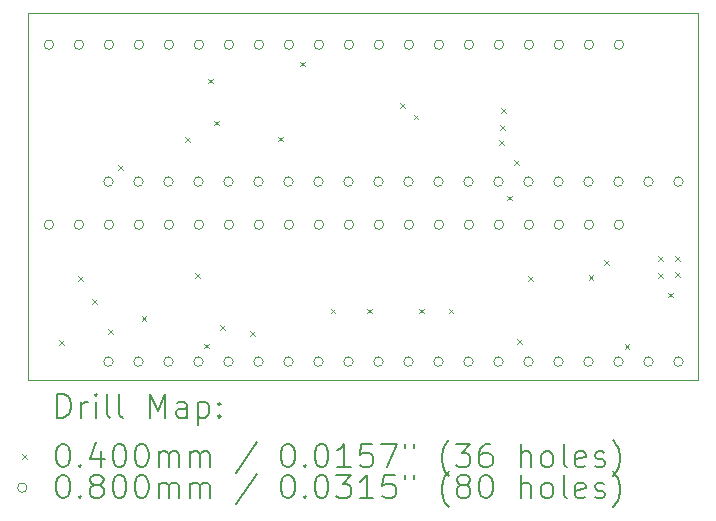
<source format=gbr>
%TF.GenerationSoftware,KiCad,Pcbnew,(6.0.7)*%
%TF.CreationDate,2023-01-02T03:09:52+00:00*%
%TF.ProjectId,CPC-40007AdapterLM1117,4350432d-3430-4303-9037-416461707465,rev?*%
%TF.SameCoordinates,Original*%
%TF.FileFunction,Drillmap*%
%TF.FilePolarity,Positive*%
%FSLAX45Y45*%
G04 Gerber Fmt 4.5, Leading zero omitted, Abs format (unit mm)*
G04 Created by KiCad (PCBNEW (6.0.7)) date 2023-01-02 03:09:52*
%MOMM*%
%LPD*%
G01*
G04 APERTURE LIST*
%ADD10C,0.100000*%
%ADD11C,0.200000*%
%ADD12C,0.040000*%
%ADD13C,0.080000*%
G04 APERTURE END LIST*
D10*
X13950000Y-4700000D02*
X13950000Y-1590000D01*
X13950000Y-1590000D02*
X19629120Y-1590000D01*
X19629120Y-1590000D02*
X19629120Y-4700000D01*
X19629120Y-4700000D02*
X13950000Y-4700000D01*
D11*
D12*
X14220000Y-4360000D02*
X14260000Y-4400000D01*
X14260000Y-4360000D02*
X14220000Y-4400000D01*
X14378840Y-3816960D02*
X14418840Y-3856960D01*
X14418840Y-3816960D02*
X14378840Y-3856960D01*
X14496200Y-4011070D02*
X14536200Y-4051070D01*
X14536200Y-4011070D02*
X14496200Y-4051070D01*
X14635000Y-4265000D02*
X14675000Y-4305000D01*
X14675000Y-4265000D02*
X14635000Y-4305000D01*
X14716850Y-2880090D02*
X14756850Y-2920090D01*
X14756850Y-2880090D02*
X14716850Y-2920090D01*
X14915910Y-4155870D02*
X14955910Y-4195870D01*
X14955910Y-4155870D02*
X14915910Y-4195870D01*
X15285280Y-2639550D02*
X15325280Y-2679550D01*
X15325280Y-2639550D02*
X15285280Y-2679550D01*
X15370000Y-3790000D02*
X15410000Y-3830000D01*
X15410000Y-3790000D02*
X15370000Y-3830000D01*
X15443400Y-4388030D02*
X15483400Y-4428030D01*
X15483400Y-4388030D02*
X15443400Y-4428030D01*
X15478670Y-2145090D02*
X15518670Y-2185090D01*
X15518670Y-2145090D02*
X15478670Y-2185090D01*
X15528140Y-2500960D02*
X15568140Y-2540960D01*
X15568140Y-2500960D02*
X15528140Y-2540960D01*
X15581510Y-4229520D02*
X15621510Y-4269520D01*
X15621510Y-4229520D02*
X15581510Y-4269520D01*
X15833830Y-4284770D02*
X15873830Y-4324770D01*
X15873830Y-4284770D02*
X15833830Y-4324770D01*
X16071630Y-2636490D02*
X16111630Y-2676490D01*
X16111630Y-2636490D02*
X16071630Y-2676490D01*
X16259300Y-2000440D02*
X16299300Y-2040440D01*
X16299300Y-2000440D02*
X16259300Y-2040440D01*
X16516420Y-4093580D02*
X16556420Y-4133580D01*
X16556420Y-4093580D02*
X16516420Y-4133580D01*
X16826220Y-4093780D02*
X16866220Y-4133780D01*
X16866220Y-4093780D02*
X16826220Y-4133780D01*
X17105480Y-2351130D02*
X17145480Y-2391130D01*
X17145480Y-2351130D02*
X17105480Y-2391130D01*
X17219140Y-2450860D02*
X17259140Y-2490860D01*
X17259140Y-2450860D02*
X17219140Y-2490860D01*
X17266220Y-4093780D02*
X17306220Y-4133780D01*
X17306220Y-4093780D02*
X17266220Y-4133780D01*
X17516220Y-4093780D02*
X17556220Y-4133780D01*
X17556220Y-4093780D02*
X17516220Y-4133780D01*
X17944100Y-2667750D02*
X17984100Y-2707750D01*
X17984100Y-2667750D02*
X17944100Y-2707750D01*
X17952620Y-2537380D02*
X17992620Y-2577380D01*
X17992620Y-2537380D02*
X17952620Y-2577380D01*
X17961690Y-2398070D02*
X18001690Y-2438070D01*
X18001690Y-2398070D02*
X17961690Y-2438070D01*
X18011380Y-3136200D02*
X18051380Y-3176200D01*
X18051380Y-3136200D02*
X18011380Y-3176200D01*
X18071880Y-2834070D02*
X18111880Y-2874070D01*
X18111880Y-2834070D02*
X18071880Y-2874070D01*
X18092700Y-4351340D02*
X18132700Y-4391340D01*
X18132700Y-4351340D02*
X18092700Y-4391340D01*
X18186700Y-3817940D02*
X18226700Y-3857940D01*
X18226700Y-3817940D02*
X18186700Y-3857940D01*
X18700000Y-3810000D02*
X18740000Y-3850000D01*
X18740000Y-3810000D02*
X18700000Y-3850000D01*
X18830000Y-3680000D02*
X18870000Y-3720000D01*
X18870000Y-3680000D02*
X18830000Y-3720000D01*
X19005700Y-4392210D02*
X19045700Y-4432210D01*
X19045700Y-4392210D02*
X19005700Y-4432210D01*
X19286500Y-3795080D02*
X19326500Y-3835080D01*
X19326500Y-3795080D02*
X19286500Y-3835080D01*
X19289100Y-3647760D02*
X19329100Y-3687760D01*
X19329100Y-3647760D02*
X19289100Y-3687760D01*
X19372900Y-3957640D02*
X19412900Y-3997640D01*
X19412900Y-3957640D02*
X19372900Y-3997640D01*
X19431300Y-3647760D02*
X19471300Y-3687760D01*
X19471300Y-3647760D02*
X19431300Y-3687760D01*
X19431300Y-3782380D02*
X19471300Y-3822380D01*
X19471300Y-3782380D02*
X19431300Y-3822380D01*
D13*
X14170520Y-1857240D02*
G75*
G03*
X14170520Y-1857240I-40000J0D01*
G01*
X14170520Y-3381240D02*
G75*
G03*
X14170520Y-3381240I-40000J0D01*
G01*
X14424520Y-1857240D02*
G75*
G03*
X14424520Y-1857240I-40000J0D01*
G01*
X14424520Y-3381240D02*
G75*
G03*
X14424520Y-3381240I-40000J0D01*
G01*
X14674920Y-3017600D02*
G75*
G03*
X14674920Y-3017600I-40000J0D01*
G01*
X14674920Y-4541600D02*
G75*
G03*
X14674920Y-4541600I-40000J0D01*
G01*
X14678520Y-1857240D02*
G75*
G03*
X14678520Y-1857240I-40000J0D01*
G01*
X14678520Y-3381240D02*
G75*
G03*
X14678520Y-3381240I-40000J0D01*
G01*
X14928920Y-3017600D02*
G75*
G03*
X14928920Y-3017600I-40000J0D01*
G01*
X14928920Y-4541600D02*
G75*
G03*
X14928920Y-4541600I-40000J0D01*
G01*
X14932520Y-1857240D02*
G75*
G03*
X14932520Y-1857240I-40000J0D01*
G01*
X14932520Y-3381240D02*
G75*
G03*
X14932520Y-3381240I-40000J0D01*
G01*
X15182920Y-3017600D02*
G75*
G03*
X15182920Y-3017600I-40000J0D01*
G01*
X15182920Y-4541600D02*
G75*
G03*
X15182920Y-4541600I-40000J0D01*
G01*
X15186520Y-1857240D02*
G75*
G03*
X15186520Y-1857240I-40000J0D01*
G01*
X15186520Y-3381240D02*
G75*
G03*
X15186520Y-3381240I-40000J0D01*
G01*
X15436920Y-3017600D02*
G75*
G03*
X15436920Y-3017600I-40000J0D01*
G01*
X15436920Y-4541600D02*
G75*
G03*
X15436920Y-4541600I-40000J0D01*
G01*
X15440520Y-1857240D02*
G75*
G03*
X15440520Y-1857240I-40000J0D01*
G01*
X15440520Y-3381240D02*
G75*
G03*
X15440520Y-3381240I-40000J0D01*
G01*
X15690920Y-3017600D02*
G75*
G03*
X15690920Y-3017600I-40000J0D01*
G01*
X15690920Y-4541600D02*
G75*
G03*
X15690920Y-4541600I-40000J0D01*
G01*
X15694520Y-1857240D02*
G75*
G03*
X15694520Y-1857240I-40000J0D01*
G01*
X15694520Y-3381240D02*
G75*
G03*
X15694520Y-3381240I-40000J0D01*
G01*
X15944920Y-3017600D02*
G75*
G03*
X15944920Y-3017600I-40000J0D01*
G01*
X15944920Y-4541600D02*
G75*
G03*
X15944920Y-4541600I-40000J0D01*
G01*
X15948520Y-1857240D02*
G75*
G03*
X15948520Y-1857240I-40000J0D01*
G01*
X15948520Y-3381240D02*
G75*
G03*
X15948520Y-3381240I-40000J0D01*
G01*
X16198920Y-3017600D02*
G75*
G03*
X16198920Y-3017600I-40000J0D01*
G01*
X16198920Y-4541600D02*
G75*
G03*
X16198920Y-4541600I-40000J0D01*
G01*
X16202520Y-1857240D02*
G75*
G03*
X16202520Y-1857240I-40000J0D01*
G01*
X16202520Y-3381240D02*
G75*
G03*
X16202520Y-3381240I-40000J0D01*
G01*
X16452920Y-3017600D02*
G75*
G03*
X16452920Y-3017600I-40000J0D01*
G01*
X16452920Y-4541600D02*
G75*
G03*
X16452920Y-4541600I-40000J0D01*
G01*
X16456520Y-1857240D02*
G75*
G03*
X16456520Y-1857240I-40000J0D01*
G01*
X16456520Y-3381240D02*
G75*
G03*
X16456520Y-3381240I-40000J0D01*
G01*
X16706920Y-3017600D02*
G75*
G03*
X16706920Y-3017600I-40000J0D01*
G01*
X16706920Y-4541600D02*
G75*
G03*
X16706920Y-4541600I-40000J0D01*
G01*
X16710520Y-1857240D02*
G75*
G03*
X16710520Y-1857240I-40000J0D01*
G01*
X16710520Y-3381240D02*
G75*
G03*
X16710520Y-3381240I-40000J0D01*
G01*
X16960920Y-3017600D02*
G75*
G03*
X16960920Y-3017600I-40000J0D01*
G01*
X16960920Y-4541600D02*
G75*
G03*
X16960920Y-4541600I-40000J0D01*
G01*
X16964520Y-1857240D02*
G75*
G03*
X16964520Y-1857240I-40000J0D01*
G01*
X16964520Y-3381240D02*
G75*
G03*
X16964520Y-3381240I-40000J0D01*
G01*
X17214920Y-3017600D02*
G75*
G03*
X17214920Y-3017600I-40000J0D01*
G01*
X17214920Y-4541600D02*
G75*
G03*
X17214920Y-4541600I-40000J0D01*
G01*
X17218520Y-1857240D02*
G75*
G03*
X17218520Y-1857240I-40000J0D01*
G01*
X17218520Y-3381240D02*
G75*
G03*
X17218520Y-3381240I-40000J0D01*
G01*
X17468920Y-3017600D02*
G75*
G03*
X17468920Y-3017600I-40000J0D01*
G01*
X17468920Y-4541600D02*
G75*
G03*
X17468920Y-4541600I-40000J0D01*
G01*
X17472520Y-1857240D02*
G75*
G03*
X17472520Y-1857240I-40000J0D01*
G01*
X17472520Y-3381240D02*
G75*
G03*
X17472520Y-3381240I-40000J0D01*
G01*
X17722920Y-3017600D02*
G75*
G03*
X17722920Y-3017600I-40000J0D01*
G01*
X17722920Y-4541600D02*
G75*
G03*
X17722920Y-4541600I-40000J0D01*
G01*
X17726520Y-1857240D02*
G75*
G03*
X17726520Y-1857240I-40000J0D01*
G01*
X17726520Y-3381240D02*
G75*
G03*
X17726520Y-3381240I-40000J0D01*
G01*
X17976920Y-3017600D02*
G75*
G03*
X17976920Y-3017600I-40000J0D01*
G01*
X17976920Y-4541600D02*
G75*
G03*
X17976920Y-4541600I-40000J0D01*
G01*
X17980520Y-1857240D02*
G75*
G03*
X17980520Y-1857240I-40000J0D01*
G01*
X17980520Y-3381240D02*
G75*
G03*
X17980520Y-3381240I-40000J0D01*
G01*
X18230920Y-3017600D02*
G75*
G03*
X18230920Y-3017600I-40000J0D01*
G01*
X18230920Y-4541600D02*
G75*
G03*
X18230920Y-4541600I-40000J0D01*
G01*
X18234520Y-1857240D02*
G75*
G03*
X18234520Y-1857240I-40000J0D01*
G01*
X18234520Y-3381240D02*
G75*
G03*
X18234520Y-3381240I-40000J0D01*
G01*
X18484920Y-3017600D02*
G75*
G03*
X18484920Y-3017600I-40000J0D01*
G01*
X18484920Y-4541600D02*
G75*
G03*
X18484920Y-4541600I-40000J0D01*
G01*
X18488520Y-1857240D02*
G75*
G03*
X18488520Y-1857240I-40000J0D01*
G01*
X18488520Y-3381240D02*
G75*
G03*
X18488520Y-3381240I-40000J0D01*
G01*
X18738920Y-3017600D02*
G75*
G03*
X18738920Y-3017600I-40000J0D01*
G01*
X18738920Y-4541600D02*
G75*
G03*
X18738920Y-4541600I-40000J0D01*
G01*
X18742520Y-1857240D02*
G75*
G03*
X18742520Y-1857240I-40000J0D01*
G01*
X18742520Y-3381240D02*
G75*
G03*
X18742520Y-3381240I-40000J0D01*
G01*
X18992920Y-3017600D02*
G75*
G03*
X18992920Y-3017600I-40000J0D01*
G01*
X18992920Y-4541600D02*
G75*
G03*
X18992920Y-4541600I-40000J0D01*
G01*
X18996520Y-1857240D02*
G75*
G03*
X18996520Y-1857240I-40000J0D01*
G01*
X18996520Y-3381240D02*
G75*
G03*
X18996520Y-3381240I-40000J0D01*
G01*
X19246920Y-3017600D02*
G75*
G03*
X19246920Y-3017600I-40000J0D01*
G01*
X19246920Y-4541600D02*
G75*
G03*
X19246920Y-4541600I-40000J0D01*
G01*
X19500920Y-3017600D02*
G75*
G03*
X19500920Y-3017600I-40000J0D01*
G01*
X19500920Y-4541600D02*
G75*
G03*
X19500920Y-4541600I-40000J0D01*
G01*
D11*
X14202619Y-5015476D02*
X14202619Y-4815476D01*
X14250238Y-4815476D01*
X14278809Y-4825000D01*
X14297857Y-4844048D01*
X14307381Y-4863095D01*
X14316905Y-4901190D01*
X14316905Y-4929762D01*
X14307381Y-4967857D01*
X14297857Y-4986905D01*
X14278809Y-5005952D01*
X14250238Y-5015476D01*
X14202619Y-5015476D01*
X14402619Y-5015476D02*
X14402619Y-4882143D01*
X14402619Y-4920238D02*
X14412143Y-4901190D01*
X14421667Y-4891667D01*
X14440714Y-4882143D01*
X14459762Y-4882143D01*
X14526428Y-5015476D02*
X14526428Y-4882143D01*
X14526428Y-4815476D02*
X14516905Y-4825000D01*
X14526428Y-4834524D01*
X14535952Y-4825000D01*
X14526428Y-4815476D01*
X14526428Y-4834524D01*
X14650238Y-5015476D02*
X14631190Y-5005952D01*
X14621667Y-4986905D01*
X14621667Y-4815476D01*
X14755000Y-5015476D02*
X14735952Y-5005952D01*
X14726428Y-4986905D01*
X14726428Y-4815476D01*
X14983571Y-5015476D02*
X14983571Y-4815476D01*
X15050238Y-4958333D01*
X15116905Y-4815476D01*
X15116905Y-5015476D01*
X15297857Y-5015476D02*
X15297857Y-4910714D01*
X15288333Y-4891667D01*
X15269286Y-4882143D01*
X15231190Y-4882143D01*
X15212143Y-4891667D01*
X15297857Y-5005952D02*
X15278809Y-5015476D01*
X15231190Y-5015476D01*
X15212143Y-5005952D01*
X15202619Y-4986905D01*
X15202619Y-4967857D01*
X15212143Y-4948810D01*
X15231190Y-4939286D01*
X15278809Y-4939286D01*
X15297857Y-4929762D01*
X15393095Y-4882143D02*
X15393095Y-5082143D01*
X15393095Y-4891667D02*
X15412143Y-4882143D01*
X15450238Y-4882143D01*
X15469286Y-4891667D01*
X15478809Y-4901190D01*
X15488333Y-4920238D01*
X15488333Y-4977381D01*
X15478809Y-4996429D01*
X15469286Y-5005952D01*
X15450238Y-5015476D01*
X15412143Y-5015476D01*
X15393095Y-5005952D01*
X15574048Y-4996429D02*
X15583571Y-5005952D01*
X15574048Y-5015476D01*
X15564524Y-5005952D01*
X15574048Y-4996429D01*
X15574048Y-5015476D01*
X15574048Y-4891667D02*
X15583571Y-4901190D01*
X15574048Y-4910714D01*
X15564524Y-4901190D01*
X15574048Y-4891667D01*
X15574048Y-4910714D01*
D12*
X13905000Y-5325000D02*
X13945000Y-5365000D01*
X13945000Y-5325000D02*
X13905000Y-5365000D01*
D11*
X14240714Y-5235476D02*
X14259762Y-5235476D01*
X14278809Y-5245000D01*
X14288333Y-5254524D01*
X14297857Y-5273571D01*
X14307381Y-5311667D01*
X14307381Y-5359286D01*
X14297857Y-5397381D01*
X14288333Y-5416429D01*
X14278809Y-5425952D01*
X14259762Y-5435476D01*
X14240714Y-5435476D01*
X14221667Y-5425952D01*
X14212143Y-5416429D01*
X14202619Y-5397381D01*
X14193095Y-5359286D01*
X14193095Y-5311667D01*
X14202619Y-5273571D01*
X14212143Y-5254524D01*
X14221667Y-5245000D01*
X14240714Y-5235476D01*
X14393095Y-5416429D02*
X14402619Y-5425952D01*
X14393095Y-5435476D01*
X14383571Y-5425952D01*
X14393095Y-5416429D01*
X14393095Y-5435476D01*
X14574048Y-5302143D02*
X14574048Y-5435476D01*
X14526428Y-5225952D02*
X14478809Y-5368810D01*
X14602619Y-5368810D01*
X14716905Y-5235476D02*
X14735952Y-5235476D01*
X14755000Y-5245000D01*
X14764524Y-5254524D01*
X14774048Y-5273571D01*
X14783571Y-5311667D01*
X14783571Y-5359286D01*
X14774048Y-5397381D01*
X14764524Y-5416429D01*
X14755000Y-5425952D01*
X14735952Y-5435476D01*
X14716905Y-5435476D01*
X14697857Y-5425952D01*
X14688333Y-5416429D01*
X14678809Y-5397381D01*
X14669286Y-5359286D01*
X14669286Y-5311667D01*
X14678809Y-5273571D01*
X14688333Y-5254524D01*
X14697857Y-5245000D01*
X14716905Y-5235476D01*
X14907381Y-5235476D02*
X14926428Y-5235476D01*
X14945476Y-5245000D01*
X14955000Y-5254524D01*
X14964524Y-5273571D01*
X14974048Y-5311667D01*
X14974048Y-5359286D01*
X14964524Y-5397381D01*
X14955000Y-5416429D01*
X14945476Y-5425952D01*
X14926428Y-5435476D01*
X14907381Y-5435476D01*
X14888333Y-5425952D01*
X14878809Y-5416429D01*
X14869286Y-5397381D01*
X14859762Y-5359286D01*
X14859762Y-5311667D01*
X14869286Y-5273571D01*
X14878809Y-5254524D01*
X14888333Y-5245000D01*
X14907381Y-5235476D01*
X15059762Y-5435476D02*
X15059762Y-5302143D01*
X15059762Y-5321190D02*
X15069286Y-5311667D01*
X15088333Y-5302143D01*
X15116905Y-5302143D01*
X15135952Y-5311667D01*
X15145476Y-5330714D01*
X15145476Y-5435476D01*
X15145476Y-5330714D02*
X15155000Y-5311667D01*
X15174048Y-5302143D01*
X15202619Y-5302143D01*
X15221667Y-5311667D01*
X15231190Y-5330714D01*
X15231190Y-5435476D01*
X15326428Y-5435476D02*
X15326428Y-5302143D01*
X15326428Y-5321190D02*
X15335952Y-5311667D01*
X15355000Y-5302143D01*
X15383571Y-5302143D01*
X15402619Y-5311667D01*
X15412143Y-5330714D01*
X15412143Y-5435476D01*
X15412143Y-5330714D02*
X15421667Y-5311667D01*
X15440714Y-5302143D01*
X15469286Y-5302143D01*
X15488333Y-5311667D01*
X15497857Y-5330714D01*
X15497857Y-5435476D01*
X15888333Y-5225952D02*
X15716905Y-5483095D01*
X16145476Y-5235476D02*
X16164524Y-5235476D01*
X16183571Y-5245000D01*
X16193095Y-5254524D01*
X16202619Y-5273571D01*
X16212143Y-5311667D01*
X16212143Y-5359286D01*
X16202619Y-5397381D01*
X16193095Y-5416429D01*
X16183571Y-5425952D01*
X16164524Y-5435476D01*
X16145476Y-5435476D01*
X16126428Y-5425952D01*
X16116905Y-5416429D01*
X16107381Y-5397381D01*
X16097857Y-5359286D01*
X16097857Y-5311667D01*
X16107381Y-5273571D01*
X16116905Y-5254524D01*
X16126428Y-5245000D01*
X16145476Y-5235476D01*
X16297857Y-5416429D02*
X16307381Y-5425952D01*
X16297857Y-5435476D01*
X16288333Y-5425952D01*
X16297857Y-5416429D01*
X16297857Y-5435476D01*
X16431190Y-5235476D02*
X16450238Y-5235476D01*
X16469286Y-5245000D01*
X16478809Y-5254524D01*
X16488333Y-5273571D01*
X16497857Y-5311667D01*
X16497857Y-5359286D01*
X16488333Y-5397381D01*
X16478809Y-5416429D01*
X16469286Y-5425952D01*
X16450238Y-5435476D01*
X16431190Y-5435476D01*
X16412143Y-5425952D01*
X16402619Y-5416429D01*
X16393095Y-5397381D01*
X16383571Y-5359286D01*
X16383571Y-5311667D01*
X16393095Y-5273571D01*
X16402619Y-5254524D01*
X16412143Y-5245000D01*
X16431190Y-5235476D01*
X16688333Y-5435476D02*
X16574048Y-5435476D01*
X16631190Y-5435476D02*
X16631190Y-5235476D01*
X16612143Y-5264048D01*
X16593095Y-5283095D01*
X16574048Y-5292619D01*
X16869286Y-5235476D02*
X16774048Y-5235476D01*
X16764524Y-5330714D01*
X16774048Y-5321190D01*
X16793095Y-5311667D01*
X16840714Y-5311667D01*
X16859762Y-5321190D01*
X16869286Y-5330714D01*
X16878810Y-5349762D01*
X16878810Y-5397381D01*
X16869286Y-5416429D01*
X16859762Y-5425952D01*
X16840714Y-5435476D01*
X16793095Y-5435476D01*
X16774048Y-5425952D01*
X16764524Y-5416429D01*
X16945476Y-5235476D02*
X17078810Y-5235476D01*
X16993095Y-5435476D01*
X17145476Y-5235476D02*
X17145476Y-5273571D01*
X17221667Y-5235476D02*
X17221667Y-5273571D01*
X17516905Y-5511667D02*
X17507381Y-5502143D01*
X17488333Y-5473571D01*
X17478810Y-5454524D01*
X17469286Y-5425952D01*
X17459762Y-5378333D01*
X17459762Y-5340238D01*
X17469286Y-5292619D01*
X17478810Y-5264048D01*
X17488333Y-5245000D01*
X17507381Y-5216429D01*
X17516905Y-5206905D01*
X17574048Y-5235476D02*
X17697857Y-5235476D01*
X17631190Y-5311667D01*
X17659762Y-5311667D01*
X17678810Y-5321190D01*
X17688333Y-5330714D01*
X17697857Y-5349762D01*
X17697857Y-5397381D01*
X17688333Y-5416429D01*
X17678810Y-5425952D01*
X17659762Y-5435476D01*
X17602619Y-5435476D01*
X17583571Y-5425952D01*
X17574048Y-5416429D01*
X17869286Y-5235476D02*
X17831190Y-5235476D01*
X17812143Y-5245000D01*
X17802619Y-5254524D01*
X17783571Y-5283095D01*
X17774048Y-5321190D01*
X17774048Y-5397381D01*
X17783571Y-5416429D01*
X17793095Y-5425952D01*
X17812143Y-5435476D01*
X17850238Y-5435476D01*
X17869286Y-5425952D01*
X17878810Y-5416429D01*
X17888333Y-5397381D01*
X17888333Y-5349762D01*
X17878810Y-5330714D01*
X17869286Y-5321190D01*
X17850238Y-5311667D01*
X17812143Y-5311667D01*
X17793095Y-5321190D01*
X17783571Y-5330714D01*
X17774048Y-5349762D01*
X18126429Y-5435476D02*
X18126429Y-5235476D01*
X18212143Y-5435476D02*
X18212143Y-5330714D01*
X18202619Y-5311667D01*
X18183571Y-5302143D01*
X18155000Y-5302143D01*
X18135952Y-5311667D01*
X18126429Y-5321190D01*
X18335952Y-5435476D02*
X18316905Y-5425952D01*
X18307381Y-5416429D01*
X18297857Y-5397381D01*
X18297857Y-5340238D01*
X18307381Y-5321190D01*
X18316905Y-5311667D01*
X18335952Y-5302143D01*
X18364524Y-5302143D01*
X18383571Y-5311667D01*
X18393095Y-5321190D01*
X18402619Y-5340238D01*
X18402619Y-5397381D01*
X18393095Y-5416429D01*
X18383571Y-5425952D01*
X18364524Y-5435476D01*
X18335952Y-5435476D01*
X18516905Y-5435476D02*
X18497857Y-5425952D01*
X18488333Y-5406905D01*
X18488333Y-5235476D01*
X18669286Y-5425952D02*
X18650238Y-5435476D01*
X18612143Y-5435476D01*
X18593095Y-5425952D01*
X18583571Y-5406905D01*
X18583571Y-5330714D01*
X18593095Y-5311667D01*
X18612143Y-5302143D01*
X18650238Y-5302143D01*
X18669286Y-5311667D01*
X18678810Y-5330714D01*
X18678810Y-5349762D01*
X18583571Y-5368810D01*
X18755000Y-5425952D02*
X18774048Y-5435476D01*
X18812143Y-5435476D01*
X18831190Y-5425952D01*
X18840714Y-5406905D01*
X18840714Y-5397381D01*
X18831190Y-5378333D01*
X18812143Y-5368810D01*
X18783571Y-5368810D01*
X18764524Y-5359286D01*
X18755000Y-5340238D01*
X18755000Y-5330714D01*
X18764524Y-5311667D01*
X18783571Y-5302143D01*
X18812143Y-5302143D01*
X18831190Y-5311667D01*
X18907381Y-5511667D02*
X18916905Y-5502143D01*
X18935952Y-5473571D01*
X18945476Y-5454524D01*
X18955000Y-5425952D01*
X18964524Y-5378333D01*
X18964524Y-5340238D01*
X18955000Y-5292619D01*
X18945476Y-5264048D01*
X18935952Y-5245000D01*
X18916905Y-5216429D01*
X18907381Y-5206905D01*
D13*
X13945000Y-5609000D02*
G75*
G03*
X13945000Y-5609000I-40000J0D01*
G01*
D11*
X14240714Y-5499476D02*
X14259762Y-5499476D01*
X14278809Y-5509000D01*
X14288333Y-5518524D01*
X14297857Y-5537571D01*
X14307381Y-5575667D01*
X14307381Y-5623286D01*
X14297857Y-5661381D01*
X14288333Y-5680428D01*
X14278809Y-5689952D01*
X14259762Y-5699476D01*
X14240714Y-5699476D01*
X14221667Y-5689952D01*
X14212143Y-5680428D01*
X14202619Y-5661381D01*
X14193095Y-5623286D01*
X14193095Y-5575667D01*
X14202619Y-5537571D01*
X14212143Y-5518524D01*
X14221667Y-5509000D01*
X14240714Y-5499476D01*
X14393095Y-5680428D02*
X14402619Y-5689952D01*
X14393095Y-5699476D01*
X14383571Y-5689952D01*
X14393095Y-5680428D01*
X14393095Y-5699476D01*
X14516905Y-5585190D02*
X14497857Y-5575667D01*
X14488333Y-5566143D01*
X14478809Y-5547095D01*
X14478809Y-5537571D01*
X14488333Y-5518524D01*
X14497857Y-5509000D01*
X14516905Y-5499476D01*
X14555000Y-5499476D01*
X14574048Y-5509000D01*
X14583571Y-5518524D01*
X14593095Y-5537571D01*
X14593095Y-5547095D01*
X14583571Y-5566143D01*
X14574048Y-5575667D01*
X14555000Y-5585190D01*
X14516905Y-5585190D01*
X14497857Y-5594714D01*
X14488333Y-5604238D01*
X14478809Y-5623286D01*
X14478809Y-5661381D01*
X14488333Y-5680428D01*
X14497857Y-5689952D01*
X14516905Y-5699476D01*
X14555000Y-5699476D01*
X14574048Y-5689952D01*
X14583571Y-5680428D01*
X14593095Y-5661381D01*
X14593095Y-5623286D01*
X14583571Y-5604238D01*
X14574048Y-5594714D01*
X14555000Y-5585190D01*
X14716905Y-5499476D02*
X14735952Y-5499476D01*
X14755000Y-5509000D01*
X14764524Y-5518524D01*
X14774048Y-5537571D01*
X14783571Y-5575667D01*
X14783571Y-5623286D01*
X14774048Y-5661381D01*
X14764524Y-5680428D01*
X14755000Y-5689952D01*
X14735952Y-5699476D01*
X14716905Y-5699476D01*
X14697857Y-5689952D01*
X14688333Y-5680428D01*
X14678809Y-5661381D01*
X14669286Y-5623286D01*
X14669286Y-5575667D01*
X14678809Y-5537571D01*
X14688333Y-5518524D01*
X14697857Y-5509000D01*
X14716905Y-5499476D01*
X14907381Y-5499476D02*
X14926428Y-5499476D01*
X14945476Y-5509000D01*
X14955000Y-5518524D01*
X14964524Y-5537571D01*
X14974048Y-5575667D01*
X14974048Y-5623286D01*
X14964524Y-5661381D01*
X14955000Y-5680428D01*
X14945476Y-5689952D01*
X14926428Y-5699476D01*
X14907381Y-5699476D01*
X14888333Y-5689952D01*
X14878809Y-5680428D01*
X14869286Y-5661381D01*
X14859762Y-5623286D01*
X14859762Y-5575667D01*
X14869286Y-5537571D01*
X14878809Y-5518524D01*
X14888333Y-5509000D01*
X14907381Y-5499476D01*
X15059762Y-5699476D02*
X15059762Y-5566143D01*
X15059762Y-5585190D02*
X15069286Y-5575667D01*
X15088333Y-5566143D01*
X15116905Y-5566143D01*
X15135952Y-5575667D01*
X15145476Y-5594714D01*
X15145476Y-5699476D01*
X15145476Y-5594714D02*
X15155000Y-5575667D01*
X15174048Y-5566143D01*
X15202619Y-5566143D01*
X15221667Y-5575667D01*
X15231190Y-5594714D01*
X15231190Y-5699476D01*
X15326428Y-5699476D02*
X15326428Y-5566143D01*
X15326428Y-5585190D02*
X15335952Y-5575667D01*
X15355000Y-5566143D01*
X15383571Y-5566143D01*
X15402619Y-5575667D01*
X15412143Y-5594714D01*
X15412143Y-5699476D01*
X15412143Y-5594714D02*
X15421667Y-5575667D01*
X15440714Y-5566143D01*
X15469286Y-5566143D01*
X15488333Y-5575667D01*
X15497857Y-5594714D01*
X15497857Y-5699476D01*
X15888333Y-5489952D02*
X15716905Y-5747095D01*
X16145476Y-5499476D02*
X16164524Y-5499476D01*
X16183571Y-5509000D01*
X16193095Y-5518524D01*
X16202619Y-5537571D01*
X16212143Y-5575667D01*
X16212143Y-5623286D01*
X16202619Y-5661381D01*
X16193095Y-5680428D01*
X16183571Y-5689952D01*
X16164524Y-5699476D01*
X16145476Y-5699476D01*
X16126428Y-5689952D01*
X16116905Y-5680428D01*
X16107381Y-5661381D01*
X16097857Y-5623286D01*
X16097857Y-5575667D01*
X16107381Y-5537571D01*
X16116905Y-5518524D01*
X16126428Y-5509000D01*
X16145476Y-5499476D01*
X16297857Y-5680428D02*
X16307381Y-5689952D01*
X16297857Y-5699476D01*
X16288333Y-5689952D01*
X16297857Y-5680428D01*
X16297857Y-5699476D01*
X16431190Y-5499476D02*
X16450238Y-5499476D01*
X16469286Y-5509000D01*
X16478809Y-5518524D01*
X16488333Y-5537571D01*
X16497857Y-5575667D01*
X16497857Y-5623286D01*
X16488333Y-5661381D01*
X16478809Y-5680428D01*
X16469286Y-5689952D01*
X16450238Y-5699476D01*
X16431190Y-5699476D01*
X16412143Y-5689952D01*
X16402619Y-5680428D01*
X16393095Y-5661381D01*
X16383571Y-5623286D01*
X16383571Y-5575667D01*
X16393095Y-5537571D01*
X16402619Y-5518524D01*
X16412143Y-5509000D01*
X16431190Y-5499476D01*
X16564524Y-5499476D02*
X16688333Y-5499476D01*
X16621667Y-5575667D01*
X16650238Y-5575667D01*
X16669286Y-5585190D01*
X16678809Y-5594714D01*
X16688333Y-5613762D01*
X16688333Y-5661381D01*
X16678809Y-5680428D01*
X16669286Y-5689952D01*
X16650238Y-5699476D01*
X16593095Y-5699476D01*
X16574048Y-5689952D01*
X16564524Y-5680428D01*
X16878810Y-5699476D02*
X16764524Y-5699476D01*
X16821667Y-5699476D02*
X16821667Y-5499476D01*
X16802619Y-5528048D01*
X16783571Y-5547095D01*
X16764524Y-5556619D01*
X17059762Y-5499476D02*
X16964524Y-5499476D01*
X16955000Y-5594714D01*
X16964524Y-5585190D01*
X16983571Y-5575667D01*
X17031190Y-5575667D01*
X17050238Y-5585190D01*
X17059762Y-5594714D01*
X17069286Y-5613762D01*
X17069286Y-5661381D01*
X17059762Y-5680428D01*
X17050238Y-5689952D01*
X17031190Y-5699476D01*
X16983571Y-5699476D01*
X16964524Y-5689952D01*
X16955000Y-5680428D01*
X17145476Y-5499476D02*
X17145476Y-5537571D01*
X17221667Y-5499476D02*
X17221667Y-5537571D01*
X17516905Y-5775667D02*
X17507381Y-5766143D01*
X17488333Y-5737571D01*
X17478810Y-5718524D01*
X17469286Y-5689952D01*
X17459762Y-5642333D01*
X17459762Y-5604238D01*
X17469286Y-5556619D01*
X17478810Y-5528048D01*
X17488333Y-5509000D01*
X17507381Y-5480429D01*
X17516905Y-5470905D01*
X17621667Y-5585190D02*
X17602619Y-5575667D01*
X17593095Y-5566143D01*
X17583571Y-5547095D01*
X17583571Y-5537571D01*
X17593095Y-5518524D01*
X17602619Y-5509000D01*
X17621667Y-5499476D01*
X17659762Y-5499476D01*
X17678810Y-5509000D01*
X17688333Y-5518524D01*
X17697857Y-5537571D01*
X17697857Y-5547095D01*
X17688333Y-5566143D01*
X17678810Y-5575667D01*
X17659762Y-5585190D01*
X17621667Y-5585190D01*
X17602619Y-5594714D01*
X17593095Y-5604238D01*
X17583571Y-5623286D01*
X17583571Y-5661381D01*
X17593095Y-5680428D01*
X17602619Y-5689952D01*
X17621667Y-5699476D01*
X17659762Y-5699476D01*
X17678810Y-5689952D01*
X17688333Y-5680428D01*
X17697857Y-5661381D01*
X17697857Y-5623286D01*
X17688333Y-5604238D01*
X17678810Y-5594714D01*
X17659762Y-5585190D01*
X17821667Y-5499476D02*
X17840714Y-5499476D01*
X17859762Y-5509000D01*
X17869286Y-5518524D01*
X17878810Y-5537571D01*
X17888333Y-5575667D01*
X17888333Y-5623286D01*
X17878810Y-5661381D01*
X17869286Y-5680428D01*
X17859762Y-5689952D01*
X17840714Y-5699476D01*
X17821667Y-5699476D01*
X17802619Y-5689952D01*
X17793095Y-5680428D01*
X17783571Y-5661381D01*
X17774048Y-5623286D01*
X17774048Y-5575667D01*
X17783571Y-5537571D01*
X17793095Y-5518524D01*
X17802619Y-5509000D01*
X17821667Y-5499476D01*
X18126429Y-5699476D02*
X18126429Y-5499476D01*
X18212143Y-5699476D02*
X18212143Y-5594714D01*
X18202619Y-5575667D01*
X18183571Y-5566143D01*
X18155000Y-5566143D01*
X18135952Y-5575667D01*
X18126429Y-5585190D01*
X18335952Y-5699476D02*
X18316905Y-5689952D01*
X18307381Y-5680428D01*
X18297857Y-5661381D01*
X18297857Y-5604238D01*
X18307381Y-5585190D01*
X18316905Y-5575667D01*
X18335952Y-5566143D01*
X18364524Y-5566143D01*
X18383571Y-5575667D01*
X18393095Y-5585190D01*
X18402619Y-5604238D01*
X18402619Y-5661381D01*
X18393095Y-5680428D01*
X18383571Y-5689952D01*
X18364524Y-5699476D01*
X18335952Y-5699476D01*
X18516905Y-5699476D02*
X18497857Y-5689952D01*
X18488333Y-5670905D01*
X18488333Y-5499476D01*
X18669286Y-5689952D02*
X18650238Y-5699476D01*
X18612143Y-5699476D01*
X18593095Y-5689952D01*
X18583571Y-5670905D01*
X18583571Y-5594714D01*
X18593095Y-5575667D01*
X18612143Y-5566143D01*
X18650238Y-5566143D01*
X18669286Y-5575667D01*
X18678810Y-5594714D01*
X18678810Y-5613762D01*
X18583571Y-5632809D01*
X18755000Y-5689952D02*
X18774048Y-5699476D01*
X18812143Y-5699476D01*
X18831190Y-5689952D01*
X18840714Y-5670905D01*
X18840714Y-5661381D01*
X18831190Y-5642333D01*
X18812143Y-5632809D01*
X18783571Y-5632809D01*
X18764524Y-5623286D01*
X18755000Y-5604238D01*
X18755000Y-5594714D01*
X18764524Y-5575667D01*
X18783571Y-5566143D01*
X18812143Y-5566143D01*
X18831190Y-5575667D01*
X18907381Y-5775667D02*
X18916905Y-5766143D01*
X18935952Y-5737571D01*
X18945476Y-5718524D01*
X18955000Y-5689952D01*
X18964524Y-5642333D01*
X18964524Y-5604238D01*
X18955000Y-5556619D01*
X18945476Y-5528048D01*
X18935952Y-5509000D01*
X18916905Y-5480429D01*
X18907381Y-5470905D01*
M02*

</source>
